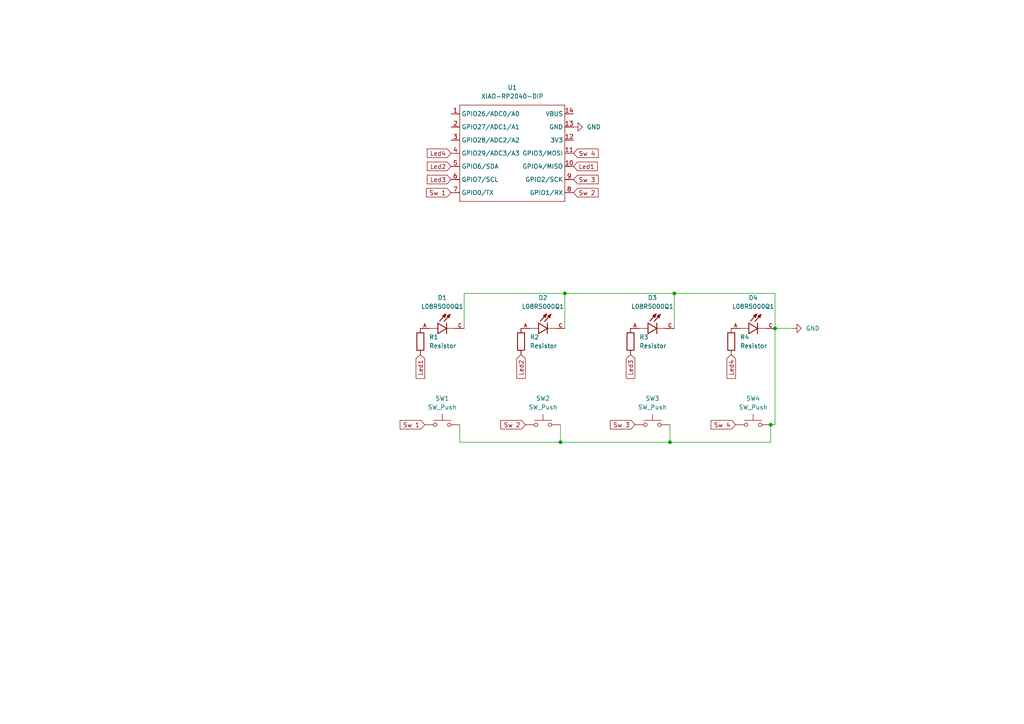
<source format=kicad_sch>
(kicad_sch (version 20250114) (generator "eeschema") (generator_version "9.0")
  (paper "A4")
  (lib_symbols
    (symbol "Led:L08R5000Q1" (pin_names (offset 1.016))
      (property "Reference" "D" (at -3.0988 4.4958 0))
      (property "Value" "L08R5000Q1" (at -3.556 -3.302 0))
      (symbol "L08R5000Q1_0_0"
        (polyline (pts (xy -2.54 1.524) (xy -2.54 0)) (stroke (width 0.254)))
        (polyline (pts (xy -2.54 0) (xy -5.08 0)) (stroke (width 0.1524)))
        (polyline (pts (xy -2.54 0) (xy -2.54 -1.524)) (stroke (width 0.254)))
        (polyline (pts (xy -2.54 -1.524) (xy 0 0)) (stroke (width 0.254)))
        (polyline (pts (xy -1.1176 3.683) (xy -0.2286 4.1656)) (stroke (width 0.254)))
        (polyline (pts (xy -0.9398 3.6068) (xy -0.7112 3.7592)) (stroke (width 0.254)))
        (polyline (pts (xy -0.5588 3.2004) (xy -1.1176 3.683)) (stroke (width 0.254)))
        (polyline (pts (xy -0.5588 3.2004) (xy -0.5334 3.937)) (stroke (width 0.254)))
        (polyline (pts (xy -0.5334 3.937) (xy -0.6604 3.937)) (stroke (width 0.254)))
        (polyline (pts (xy -0.2286 4.1656) (xy -2.0066 2.1336)) (stroke (width 0.254)))
        (polyline (pts (xy -0.2286 4.1656) (xy -0.5588 3.2004)) (stroke (width 0.254)))
        (polyline (pts (xy 0 1.524) (xy 0 0)) (stroke (width 0.254)))
        (polyline (pts (xy 0 0) (xy -2.54 1.524)) (stroke (width 0.254)))
        (polyline (pts (xy 0 0) (xy 0 -1.524)) (stroke (width 0.254)))
        (polyline (pts (xy 0.127 3.5814) (xy 1.016 4.064)) (stroke (width 0.254)))
        (polyline (pts (xy 0.3048 3.5052) (xy 0.5334 3.6576)) (stroke (width 0.254)))
        (polyline (pts (xy 0.6858 3.0988) (xy 0.127 3.5814)) (stroke (width 0.254)))
        (polyline (pts (xy 0.6858 3.0988) (xy 0.7112 3.8354)) (stroke (width 0.254)))
        (polyline (pts (xy 0.7112 3.8354) (xy 0.5842 3.8354)) (stroke (width 0.254)))
        (polyline (pts (xy 1.016 4.064) (xy -0.762 2.032)) (stroke (width 0.254)))
        (polyline (pts (xy 1.016 4.064) (xy 0.6858 3.0988)) (stroke (width 0.254)))
        (polyline (pts (xy 2.54 0) (xy 0 0)) (stroke (width 0.1524)))
        (pin passive line (at -7.62 0 0) (length 2.54) (name "~") (number "A"))
        (pin passive line (at 5.08 0 180) (length 2.54) (name "~") (number "C"))
      )
    )
    (symbol "OPL XIAO:XIAO-RP2040-DIP"
      (property "Reference" "U" (at 0 0 0))
      (property "Value" "XIAO-RP2040-DIP" (at 5.334 -1.778 0))
      (symbol "XIAO-RP2040-DIP_1_0"
        (polyline (pts (xy -1.27 -2.54) (xy 29.21 -2.54)) (stroke (width 0.1524)))
        (polyline (pts (xy -1.27 -5.08) (xy -2.54 -5.08)) (stroke (width 0.1524)))
        (polyline (pts (xy -1.27 -5.08) (xy -1.27 -2.54)) (stroke (width 0.1524)))
        (polyline (pts (xy -1.27 -8.89) (xy -2.54 -8.89)) (stroke (width 0.1524)))
        (polyline (pts (xy -1.27 -8.89) (xy -1.27 -5.08)) (stroke (width 0.1524)))
        (polyline (pts (xy -1.27 -12.7) (xy -2.54 -12.7)) (stroke (width 0.1524)))
        (polyline (pts (xy -1.27 -12.7) (xy -1.27 -8.89)) (stroke (width 0.1524)))
        (polyline (pts (xy -1.27 -16.51) (xy -2.54 -16.51)) (stroke (width 0.1524)))
        (polyline (pts (xy -1.27 -16.51) (xy -1.27 -12.7)) (stroke (width 0.1524)))
        (polyline (pts (xy -1.27 -20.32) (xy -2.54 -20.32)) (stroke (width 0.1524)))
        (polyline (pts (xy -1.27 -24.13) (xy -2.54 -24.13)) (stroke (width 0.1524)))
        (polyline (pts (xy -1.27 -27.94) (xy -2.54 -27.94)) (stroke (width 0.1524)))
        (polyline (pts (xy -1.27 -30.48) (xy -1.27 -16.51)) (stroke (width 0.1524)))
        (polyline (pts (xy 29.21 -2.54) (xy 29.21 -5.08)) (stroke (width 0.1524)))
        (polyline (pts (xy 29.21 -5.08) (xy 29.21 -8.89)) (stroke (width 0.1524)))
        (polyline (pts (xy 29.21 -8.89) (xy 29.21 -12.7)) (stroke (width 0.1524)))
        (polyline (pts (xy 29.21 -12.7) (xy 29.21 -30.48)) (stroke (width 0.1524)))
        (polyline (pts (xy 29.21 -30.48) (xy -1.27 -30.48)) (stroke (width 0.1524)))
        (polyline (pts (xy 30.48 -5.08) (xy 29.21 -5.08)) (stroke (width 0.1524)))
        (polyline (pts (xy 30.48 -8.89) (xy 29.21 -8.89)) (stroke (width 0.1524)))
        (polyline (pts (xy 30.48 -12.7) (xy 29.21 -12.7)) (stroke (width 0.1524)))
        (polyline (pts (xy 30.48 -16.51) (xy 29.21 -16.51)) (stroke (width 0.1524)))
        (polyline (pts (xy 30.48 -20.32) (xy 29.21 -20.32)) (stroke (width 0.1524)))
        (polyline (pts (xy 30.48 -24.13) (xy 29.21 -24.13)) (stroke (width 0.1524)))
        (polyline (pts (xy 30.48 -27.94) (xy 29.21 -27.94)) (stroke (width 0.1524)))
        (pin passive line (at -3.81 -5.08 0) (length 2.54) (name "GPIO26/ADC0/A0") (number "1"))
        (pin passive line (at -3.81 -8.89 0) (length 2.54) (name "GPIO27/ADC1/A1") (number "2"))
        (pin passive line (at -3.81 -12.7 0) (length 2.54) (name "GPIO28/ADC2/A2") (number "3"))
        (pin passive line (at -3.81 -16.51 0) (length 2.54) (name "GPIO29/ADC3/A3") (number "4"))
        (pin passive line (at -3.81 -20.32 0) (length 2.54) (name "GPIO6/SDA") (number "5"))
        (pin passive line (at -3.81 -24.13 0) (length 2.54) (name "GPIO7/SCL") (number "6"))
        (pin passive line (at -3.81 -27.94 0) (length 2.54) (name "GPIO0/TX") (number "7"))
        (pin passive line (at 31.75 -5.08 180) (length 2.54) (name "VBUS") (number "14"))
        (pin passive line (at 31.75 -8.89 180) (length 2.54) (name "GND") (number "13"))
        (pin passive line (at 31.75 -12.7 180) (length 2.54) (name "3V3") (number "12"))
        (pin passive line (at 31.75 -16.51 180) (length 2.54) (name "GPIO3/MOSI") (number "11"))
        (pin passive line (at 31.75 -20.32 180) (length 2.54) (name "GPIO4/MISO") (number "10"))
        (pin passive line (at 31.75 -24.13 180) (length 2.54) (name "GPIO2/SCK") (number "9"))
        (pin passive line (at 31.75 -27.94 180) (length 2.54) (name "GPIO1/RX") (number "8"))
      )
    )
    (symbol "ScottoKeebs:Placeholder_Resistor" (pin_numbers (hide yes)) (pin_names (offset 0))
      (property "Reference" "R" (at 0 2.032 0))
      (property "Value" "Resistor" (at 0 -2.54 0))
      (symbol "Placeholder_Resistor_0_1"
        (rectangle (start 2.54 -1.016) (end -2.54 1.016) (stroke (width 0.254)))
      )
      (symbol "Placeholder_Resistor_1_1"
        (pin passive line (at -3.81 0 0) (length 1.27) (name "~") (number "1"))
        (pin passive line (at 3.81 0 180) (length 1.27) (name "~") (number "2"))
      )
    )
    (symbol "Switch:SW_Push" (pin_numbers (hide yes)) (pin_names (offset 1.016) (hide yes))
      (property "Reference" "SW" (at 1.27 2.54 0))
      (property "Value" "SW_Push" (at 0 -1.524 0))
      (symbol "SW_Push_0_1"
        (circle (center -2.032 0) (radius 0.508))
        (polyline (pts (xy 0 1.27) (xy 0 3.048)))
        (circle (center 2.032 0) (radius 0.508))
        (polyline (pts (xy 2.54 1.27) (xy -2.54 1.27)))
        (pin passive line (at -5.08 0 0) (length 2.54) (name "1") (number "1"))
        (pin passive line (at 5.08 0 180) (length 2.54) (name "2") (number "2"))
      )
    )
    (symbol "power:GND" (power) (pin_numbers (hide yes)) (pin_names (offset 0) (hide yes))
      (property "Value" "GND" (at 0 -3.81 0))
      (symbol "GND_0_1"
        (polyline (pts (xy 0 0) (xy 0 -1.27) (xy 1.27 -1.27) (xy 0 -2.54) (xy -1.27 -1.27) (xy 0 -1.27)))
      )
      (symbol "GND_1_1"
        (pin power_in line (at 0 0 270) (length 0) (name "~") (number "1"))
      )
    )
  )
  (junction (at 223.52 123.19))
  (junction (at 194.31 128.27))
  (junction (at 195.58 85.09))
  (junction (at 163.83 85.09))
  (junction (at 162.56 128.27))
  (junction (at 224.79 95.25))
  (wire (pts (xy 224.79 95.25) (xy 224.79 123.19)))
  (wire (pts (xy 133.35 128.27) (xy 133.35 123.19)))
  (wire (pts (xy 224.79 95.25) (xy 229.87 95.25)))
  (wire (pts (xy 194.31 123.19) (xy 194.31 128.27)))
  (wire (pts (xy 162.56 128.27) (xy 133.35 128.27)))
  (wire (pts (xy 224.79 85.09) (xy 224.79 95.25)))
  (wire (pts (xy 134.62 85.09) (xy 163.83 85.09)))
  (wire (pts (xy 195.58 85.09) (xy 195.58 95.25)))
  (wire (pts (xy 223.52 123.19) (xy 223.52 128.27)))
  (wire (pts (xy 162.56 123.19) (xy 162.56 128.27)))
  (wire (pts (xy 224.79 123.19) (xy 223.52 123.19)))
  (wire (pts (xy 163.83 85.09) (xy 163.83 95.25)))
  (wire (pts (xy 134.62 95.25) (xy 134.62 85.09)))
  (wire (pts (xy 163.83 85.09) (xy 195.58 85.09)))
  (wire (pts (xy 194.31 128.27) (xy 162.56 128.27)))
  (wire (pts (xy 195.58 85.09) (xy 224.79 85.09)))
  (wire (pts (xy 223.52 128.27) (xy 194.31 128.27)))
  (global_label "Led4" (shape input) (at 130.81 44.45 180) (property "Intersheetrefs" "${INTERSHEET_REFS}" (effects (hide yes))))
  (global_label "Sw 4" (shape input) (at 166.37 44.45 0) (property "Intersheetrefs" "${INTERSHEET_REFS}" (effects (hide yes))))
  (global_label "Led2" (shape input) (at 151.13 102.87 270) (property "Intersheetrefs" "${INTERSHEET_REFS}" (effects (hide yes))))
  (global_label "Led2" (shape input) (at 130.81 48.26 180) (property "Intersheetrefs" "${INTERSHEET_REFS}" (effects (hide yes))))
  (global_label "Led3" (shape input) (at 182.88 102.87 270) (property "Intersheetrefs" "${INTERSHEET_REFS}" (effects (hide yes))))
  (global_label "Sw 2" (shape input) (at 166.37 55.88 0) (property "Intersheetrefs" "${INTERSHEET_REFS}" (effects (hide yes))))
  (global_label "Led1" (shape input) (at 166.37 48.26 0) (property "Intersheetrefs" "${INTERSHEET_REFS}" (effects (hide yes))))
  (global_label "Sw 1" (shape input) (at 123.19 123.19 180) (property "Intersheetrefs" "${INTERSHEET_REFS}" (effects (hide yes))))
  (global_label "Sw 1" (shape input) (at 130.81 55.88 180) (property "Intersheetrefs" "${INTERSHEET_REFS}" (effects (hide yes))))
  (global_label "Led4" (shape input) (at 212.09 102.87 270) (property "Intersheetrefs" "${INTERSHEET_REFS}" (effects (hide yes))))
  (global_label "Sw 4" (shape input) (at 213.36 123.19 180) (property "Intersheetrefs" "${INTERSHEET_REFS}" (effects (hide yes))))
  (global_label "Sw 2" (shape input) (at 152.4 123.19 180) (property "Intersheetrefs" "${INTERSHEET_REFS}" (effects (hide yes))))
  (global_label "Led3" (shape input) (at 130.81 52.07 180) (property "Intersheetrefs" "${INTERSHEET_REFS}" (effects (hide yes))))
  (global_label "Sw 3" (shape input) (at 166.37 52.07 0) (property "Intersheetrefs" "${INTERSHEET_REFS}" (effects (hide yes))))
  (global_label "Sw 3" (shape input) (at 184.15 123.19 180) (property "Intersheetrefs" "${INTERSHEET_REFS}" (effects (hide yes))))
  (global_label "Led1" (shape input) (at 121.92 102.87 270) (property "Intersheetrefs" "${INTERSHEET_REFS}" (effects (hide yes))))
  (symbol (lib_id "Led:L08R5000Q1") (at 219.71 95.25 0) (unit 1)
    (property "Reference" "D4" (at 218.44 86.36 0))
    (property "Value" "L08R5000Q1" (at 218.44 88.9 0))
    (property "Footprint" "Led:LEDRD254W57D500H1070" (effects (hide yes)))
    (property "MF" "LED Technology" (effects (hide yes)))
    (property "MAXIMUM_PACKAGE_HEIGHT" "10.7mm" (effects (hide yes)))
    (property "Package" "None" (effects (hide yes)))
    (property "Price" "None" (effects (hide yes)))
    (property "Check_prices" "https://www.snapeda.com/parts/L08R5000Q1/LED+Technology/view-part/?ref=eda" (effects (hide yes)))
    (property "STANDARD" "IPC-7351B" (effects (hide yes)))
    (property "PARTREV" "NA" (effects (hide yes)))
    (property "SnapEDA_Link" "https://www.snapeda.com/parts/L08R5000Q1/LED+Technology/view-part/?ref=snap" (effects (hide yes)))
    (property "MP" "L08R5000Q1" (effects (hide yes)))
    (property "Description_1" "LED, 5MM, ORANGE; LED / Lamp Size: 5mm / T-1 3/4; LED Colour: Orange; Typ Luminous Intensity: 4.3mcd; Viewing Angle: ..." (effects (hide yes)))
    (property "Availability" "Not in stock" (effects (hide yes)))
    (property "MANUFACTURER" "LED TECHNOLOGY" (effects (hide yes)))
  )
  (symbol (lib_id "power:GND") (at 166.37 36.83 90) (unit 1)
    (property "Reference" "#PWR01" (effects (hide yes)))
    (property "Value" "GND" (at 170.18 36.8299 90) (effects (justify right)))
    (property "Description" "Power symbol creates a global label with name \"GND\" , ground" (effects (hide yes)))
  )
  (symbol (lib_id "ScottoKeebs:Placeholder_Resistor") (at 121.92 99.06 270) (unit 1)
    (property "Reference" "R1" (at 124.46 97.7899 90) (effects (justify left)))
    (property "Value" "Resistor" (at 124.46 100.3299 90) (effects (justify left)))
    (property "Footprint" "Resistor_THT:R_Axial_DIN0204_L3.6mm_D1.6mm_P5.08mm_Horizontal" (effects (hide yes)))
    (property "Description" "Resistor" (effects (hide yes)))
  )
  (symbol (lib_id "ScottoKeebs:Placeholder_Resistor") (at 151.13 99.06 270) (unit 1)
    (property "Reference" "R2" (at 153.67 97.7899 90) (effects (justify left)))
    (property "Value" "Resistor" (at 153.67 100.3299 90) (effects (justify left)))
    (property "Footprint" "Resistor_THT:R_Axial_DIN0204_L3.6mm_D1.6mm_P5.08mm_Horizontal" (effects (hide yes)))
    (property "Description" "Resistor" (effects (hide yes)))
  )
  (symbol (lib_id "Switch:SW_Push") (at 157.48 123.19 0) (unit 1)
    (property "Reference" "SW2" (at 157.48 115.57 0))
    (property "Value" "SW_Push" (at 157.48 118.11 0))
    (property "Footprint" "Library:SW_Cherry_MX_1.00u_PCB_With_3d" (effects (hide yes)))
    (property "Description" "Push button switch, generic, two pins" (effects (hide yes)))
  )
  (symbol (lib_id "ScottoKeebs:Placeholder_Resistor") (at 182.88 99.06 270) (unit 1)
    (property "Reference" "R3" (at 185.42 97.7899 90) (effects (justify left)))
    (property "Value" "Resistor" (at 185.42 100.3299 90) (effects (justify left)))
    (property "Footprint" "Resistor_THT:R_Axial_DIN0204_L3.6mm_D1.6mm_P5.08mm_Horizontal" (effects (hide yes)))
    (property "Description" "Resistor" (effects (hide yes)))
  )
  (symbol (lib_id "Led:L08R5000Q1") (at 190.5 95.25 0) (unit 1)
    (property "Reference" "D3" (at 189.23 86.36 0))
    (property "Value" "L08R5000Q1" (at 189.23 88.9 0))
    (property "Footprint" "Led:LEDRD254W57D500H1070" (effects (hide yes)))
    (property "MF" "LED Technology" (effects (hide yes)))
    (property "MAXIMUM_PACKAGE_HEIGHT" "10.7mm" (effects (hide yes)))
    (property "Package" "None" (effects (hide yes)))
    (property "Price" "None" (effects (hide yes)))
    (property "Check_prices" "https://www.snapeda.com/parts/L08R5000Q1/LED+Technology/view-part/?ref=eda" (effects (hide yes)))
    (property "STANDARD" "IPC-7351B" (effects (hide yes)))
    (property "PARTREV" "NA" (effects (hide yes)))
    (property "SnapEDA_Link" "https://www.snapeda.com/parts/L08R5000Q1/LED+Technology/view-part/?ref=snap" (effects (hide yes)))
    (property "MP" "L08R5000Q1" (effects (hide yes)))
    (property "Description_1" "LED, 5MM, ORANGE; LED / Lamp Size: 5mm / T-1 3/4; LED Colour: Orange; Typ Luminous Intensity: 4.3mcd; Viewing Angle: ..." (effects (hide yes)))
    (property "Availability" "Not in stock" (effects (hide yes)))
    (property "MANUFACTURER" "LED TECHNOLOGY" (effects (hide yes)))
  )
  (symbol (lib_id "power:GND") (at 229.87 95.25 90) (unit 1)
    (property "Reference" "#PWR02" (effects (hide yes)))
    (property "Value" "GND" (at 233.68 95.2499 90) (effects (justify right)))
    (property "Description" "Power symbol creates a global label with name \"GND\" , ground" (effects (hide yes)))
  )
  (symbol (lib_id "ScottoKeebs:Placeholder_Resistor") (at 212.09 99.06 270) (unit 1)
    (property "Reference" "R4" (at 214.63 97.7899 90) (effects (justify left)))
    (property "Value" "Resistor" (at 214.63 100.3299 90) (effects (justify left)))
    (property "Footprint" "Resistor_THT:R_Axial_DIN0204_L3.6mm_D1.6mm_P5.08mm_Horizontal" (effects (hide yes)))
    (property "Description" "Resistor" (effects (hide yes)))
  )
  (symbol (lib_id "OPL XIAO:XIAO-RP2040-DIP") (at 134.62 27.94 0) (unit 1)
    (property "Reference" "U1" (at 148.59 25.4 0))
    (property "Value" "XIAO-RP2040-DIP" (at 148.59 27.94 0))
    (property "Footprint" "xiao:XIAO-RP2040-DIP" (effects (hide yes)))
  )
  (symbol (lib_id "Switch:SW_Push") (at 128.27 123.19 0) (unit 1)
    (property "Reference" "SW1" (at 128.27 115.57 0))
    (property "Value" "SW_Push" (at 128.27 118.11 0))
    (property "Footprint" "Library:SW_Cherry_MX_1.00u_PCB_With_3d" (effects (hide yes)))
    (property "Description" "Push button switch, generic, two pins" (effects (hide yes)))
  )
  (symbol (lib_id "Switch:SW_Push") (at 189.23 123.19 0) (unit 1)
    (property "Reference" "SW3" (at 189.23 115.57 0))
    (property "Value" "SW_Push" (at 189.23 118.11 0))
    (property "Footprint" "Library:SW_Cherry_MX_1.00u_PCB_With_3d" (effects (hide yes)))
    (property "Description" "Push button switch, generic, two pins" (effects (hide yes)))
  )
  (symbol (lib_id "Led:L08R5000Q1") (at 129.54 95.25 0) (unit 1)
    (property "Reference" "D1" (at 128.27 86.36 0))
    (property "Value" "L08R5000Q1" (at 128.27 88.9 0))
    (property "Footprint" "Led:LEDRD254W57D500H1070" (effects (hide yes)))
    (property "MF" "LED Technology" (effects (hide yes)))
    (property "MAXIMUM_PACKAGE_HEIGHT" "10.7mm" (effects (hide yes)))
    (property "Package" "None" (effects (hide yes)))
    (property "Price" "None" (effects (hide yes)))
    (property "Check_prices" "https://www.snapeda.com/parts/L08R5000Q1/LED+Technology/view-part/?ref=eda" (effects (hide yes)))
    (property "STANDARD" "IPC-7351B" (effects (hide yes)))
    (property "PARTREV" "NA" (effects (hide yes)))
    (property "SnapEDA_Link" "https://www.snapeda.com/parts/L08R5000Q1/LED+Technology/view-part/?ref=snap" (effects (hide yes)))
    (property "MP" "L08R5000Q1" (effects (hide yes)))
    (property "Description_1" "LED, 5MM, ORANGE; LED / Lamp Size: 5mm / T-1 3/4; LED Colour: Orange; Typ Luminous Intensity: 4.3mcd; Viewing Angle: ..." (effects (hide yes)))
    (property "Availability" "Not in stock" (effects (hide yes)))
    (property "MANUFACTURER" "LED TECHNOLOGY" (effects (hide yes)))
  )
  (symbol (lib_id "Led:L08R5000Q1") (at 158.75 95.25 0) (unit 1)
    (property "Reference" "D2" (at 157.48 86.36 0))
    (property "Value" "L08R5000Q1" (at 157.48 88.9 0))
    (property "Footprint" "Led:LEDRD254W57D500H1070" (effects (hide yes)))
    (property "MF" "LED Technology" (effects (hide yes)))
    (property "MAXIMUM_PACKAGE_HEIGHT" "10.7mm" (effects (hide yes)))
    (property "Package" "None" (effects (hide yes)))
    (property "Price" "None" (effects (hide yes)))
    (property "Check_prices" "https://www.snapeda.com/parts/L08R5000Q1/LED+Technology/view-part/?ref=eda" (effects (hide yes)))
    (property "STANDARD" "IPC-7351B" (effects (hide yes)))
    (property "PARTREV" "NA" (effects (hide yes)))
    (property "SnapEDA_Link" "https://www.snapeda.com/parts/L08R5000Q1/LED+Technology/view-part/?ref=snap" (effects (hide yes)))
    (property "MP" "L08R5000Q1" (effects (hide yes)))
    (property "Description_1" "LED, 5MM, ORANGE; LED / Lamp Size: 5mm / T-1 3/4; LED Colour: Orange; Typ Luminous Intensity: 4.3mcd; Viewing Angle: ..." (effects (hide yes)))
    (property "Availability" "Not in stock" (effects (hide yes)))
    (property "MANUFACTURER" "LED TECHNOLOGY" (effects (hide yes)))
  )
  (symbol (lib_id "Switch:SW_Push") (at 218.44 123.19 0) (unit 1)
    (property "Reference" "SW4" (at 218.44 115.57 0))
    (property "Value" "SW_Push" (at 218.44 118.11 0))
    (property "Footprint" "Library:SW_Cherry_MX_1.00u_PCB_With_3d" (effects (hide yes)))
    (property "Description" "Push button switch, generic, two pins" (effects (hide yes)))
  )
)
</source>
